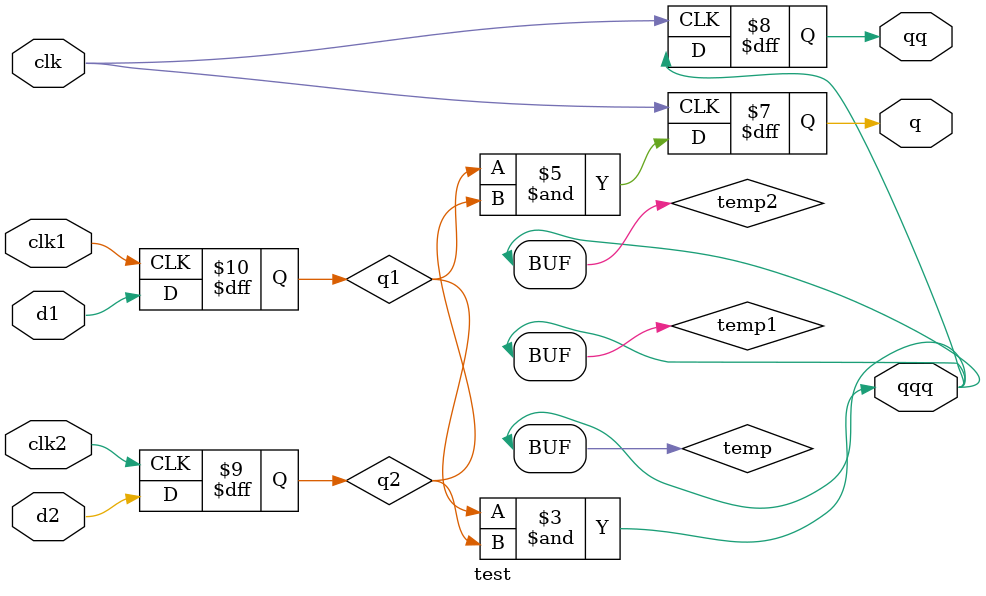
<source format=v>
module test (clk1, clk2, clk, d1, d2, q, qq, qqq);
input clk1, clk2, clk, d1, d2;
output q, qq, qqq;
wire temp, temp1, temp2;
reg q1, q2, q, qq, qqq;
always @(posedge clk1)
q1 = d1;
always @(posedge clk2)
q2 = d2;
assign temp2 = q1 & q2;
assign temp1 = temp2;
assign temp = temp1;
///// FOR LPM /////
always @(negedge clk)begin
qq = temp; // "temp" comes from more than one clock source.
q = q1 & q2; // out put of "q1" & "q2" comes from more than one clock source.
end
///// FOR Signal /////
always @(q1 or q2)begin
qqq = temp; // "temp" comes from more than one clock source.
end
endmodule

</source>
